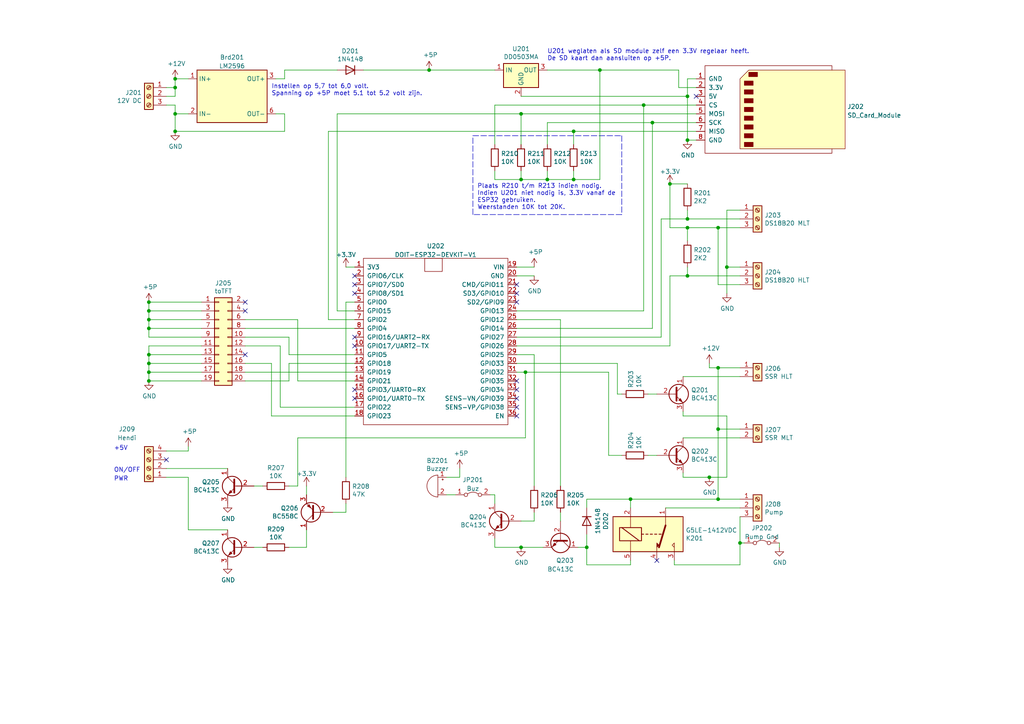
<source format=kicad_sch>
(kicad_sch (version 20211123) (generator eeschema)
  (paper "A4")
  (title_block (title "Brewboard") (date "2021-07-05") (rev "1.2") (company "MBSE") (comment 1 "Mainboard"))
  (lib_symbols
    (symbol "1N4148_1" (pin_numbers hide) (pin_names hide)
      (property "Reference" "D" (at 0 2.54 0))
      (property "Value" "1N4148_1" (at 0 -2.54 0))
      (symbol "1N4148_1_0_1"
        (polyline (pts (xy -1.27 1.27) (xy -1.27 -1.27)) (stroke (width 0.254)))
        (polyline (pts (xy 1.27 0) (xy -1.27 0)))
        (polyline (pts (xy 1.27 1.27) (xy 1.27 -1.27) (xy -1.27 0) (xy 1.27 1.27)) (stroke (width 0.254)))
      )
      (symbol "1N4148_1_1_1"
        (pin passive line (at -3.81 0 0) (length 2.54) (name "K") (number "1"))
        (pin passive line (at 3.81 0 180) (length 2.54) (name "A") (number "2"))
      )
    )
    (symbol "Connector:Screw_Terminal_01x02" (pin_names (offset 1.016) hide)
      (property "Reference" "J" (at 0 2.54 0))
      (property "Value" "Screw_Terminal_01x02" (at 0 -5.08 0))
      (symbol "Screw_Terminal_01x02_1_1"
        (rectangle (start -1.27 1.27) (end 1.27 -3.81) (stroke (width 0.254)) (fill (type background)))
        (circle (center 0 -2.54) (radius 0.635) (stroke (width 0.1524)))
        (polyline (pts (xy -0.5334 -2.2098) (xy 0.3302 -3.048)) (stroke (width 0.1524)))
        (polyline (pts (xy -0.5334 0.3302) (xy 0.3302 -0.508)) (stroke (width 0.1524)))
        (polyline (pts (xy -0.3556 -2.032) (xy 0.508 -2.8702)) (stroke (width 0.1524)))
        (polyline (pts (xy -0.3556 0.508) (xy 0.508 -0.3302)) (stroke (width 0.1524)))
        (circle (center 0 0) (radius 0.635) (stroke (width 0.1524)))
        (pin passive line (at -5.08 0 0) (length 3.81) (name "Pin_1") (number "1"))
        (pin passive line (at -5.08 -2.54 0) (length 3.81) (name "Pin_2") (number "2"))
      )
    )
    (symbol "Connector:Screw_Terminal_01x03" (pin_names (offset 1.016) hide)
      (property "Reference" "J" (at 0 5.08 0))
      (property "Value" "Screw_Terminal_01x03" (at 0 -5.08 0))
      (symbol "Screw_Terminal_01x03_1_1"
        (rectangle (start -1.27 3.81) (end 1.27 -3.81) (stroke (width 0.254)) (fill (type background)))
        (circle (center 0 -2.54) (radius 0.635) (stroke (width 0.1524)))
        (polyline (pts (xy -0.5334 -2.2098) (xy 0.3302 -3.048)) (stroke (width 0.1524)))
        (polyline (pts (xy -0.5334 0.3302) (xy 0.3302 -0.508)) (stroke (width 0.1524)))
        (polyline (pts (xy -0.5334 2.8702) (xy 0.3302 2.032)) (stroke (width 0.1524)))
        (polyline (pts (xy -0.3556 -2.032) (xy 0.508 -2.8702)) (stroke (width 0.1524)))
        (polyline (pts (xy -0.3556 0.508) (xy 0.508 -0.3302)) (stroke (width 0.1524)))
        (polyline (pts (xy -0.3556 3.048) (xy 0.508 2.2098)) (stroke (width 0.1524)))
        (circle (center 0 0) (radius 0.635) (stroke (width 0.1524)))
        (circle (center 0 2.54) (radius 0.635) (stroke (width 0.1524)))
        (pin passive line (at -5.08 2.54 0) (length 3.81) (name "Pin_1") (number "1"))
        (pin passive line (at -5.08 0 0) (length 3.81) (name "Pin_2") (number "2"))
        (pin passive line (at -5.08 -2.54 0) (length 3.81) (name "Pin_3") (number "3"))
      )
    )
    (symbol "Connector:Screw_Terminal_01x04" (pin_names (offset 1.016) hide)
      (property "Reference" "J" (at 0 5.08 0))
      (property "Value" "Screw_Terminal_01x04" (at 0 -7.62 0))
      (symbol "Screw_Terminal_01x04_1_1"
        (rectangle (start -1.27 3.81) (end 1.27 -6.35) (stroke (width 0.254)) (fill (type background)))
        (circle (center 0 -5.08) (radius 0.635) (stroke (width 0.1524)))
        (circle (center 0 -2.54) (radius 0.635) (stroke (width 0.1524)))
        (polyline (pts (xy -0.5334 -4.7498) (xy 0.3302 -5.588)) (stroke (width 0.1524)))
        (polyline (pts (xy -0.5334 -2.2098) (xy 0.3302 -3.048)) (stroke (width 0.1524)))
        (polyline (pts (xy -0.5334 0.3302) (xy 0.3302 -0.508)) (stroke (width 0.1524)))
        (polyline (pts (xy -0.5334 2.8702) (xy 0.3302 2.032)) (stroke (width 0.1524)))
        (polyline (pts (xy -0.3556 -4.572) (xy 0.508 -5.4102)) (stroke (width 0.1524)))
        (polyline (pts (xy -0.3556 -2.032) (xy 0.508 -2.8702)) (stroke (width 0.1524)))
        (polyline (pts (xy -0.3556 0.508) (xy 0.508 -0.3302)) (stroke (width 0.1524)))
        (polyline (pts (xy -0.3556 3.048) (xy 0.508 2.2098)) (stroke (width 0.1524)))
        (circle (center 0 0) (radius 0.635) (stroke (width 0.1524)))
        (circle (center 0 2.54) (radius 0.635) (stroke (width 0.1524)))
        (pin passive line (at -5.08 2.54 0) (length 3.81) (name "Pin_1") (number "1"))
        (pin passive line (at -5.08 0 0) (length 3.81) (name "Pin_2") (number "2"))
        (pin passive line (at -5.08 -2.54 0) (length 3.81) (name "Pin_3") (number "3"))
        (pin passive line (at -5.08 -5.08 0) (length 3.81) (name "Pin_4") (number "4"))
      )
    )
    (symbol "Connector_Generic:Conn_02x10_Odd_Even" (pin_names (offset 1.016) hide)
      (property "Reference" "J" (at 1.27 12.7 0))
      (property "Value" "Conn_02x10_Odd_Even" (at 1.27 -15.24 0))
      (symbol "Conn_02x10_Odd_Even_1_1"
        (rectangle (start -1.27 -12.573) (end 0 -12.827) (stroke (width 0.1524)))
        (rectangle (start -1.27 -10.033) (end 0 -10.287) (stroke (width 0.1524)))
        (rectangle (start -1.27 -7.493) (end 0 -7.747) (stroke (width 0.1524)))
        (rectangle (start -1.27 -4.953) (end 0 -5.207) (stroke (width 0.1524)))
        (rectangle (start -1.27 -2.413) (end 0 -2.667) (stroke (width 0.1524)))
        (rectangle (start -1.27 0.127) (end 0 -0.127) (stroke (width 0.1524)))
        (rectangle (start -1.27 2.667) (end 0 2.413) (stroke (width 0.1524)))
        (rectangle (start -1.27 5.207) (end 0 4.953) (stroke (width 0.1524)))
        (rectangle (start -1.27 7.747) (end 0 7.493) (stroke (width 0.1524)))
        (rectangle (start -1.27 10.287) (end 0 10.033) (stroke (width 0.1524)))
        (rectangle (start -1.27 11.43) (end 3.81 -13.97) (stroke (width 0.254)) (fill (type background)))
        (rectangle (start 3.81 -12.573) (end 2.54 -12.827) (stroke (width 0.1524)))
        (rectangle (start 3.81 -10.033) (end 2.54 -10.287) (stroke (width 0.1524)))
        (rectangle (start 3.81 -7.493) (end 2.54 -7.747) (stroke (width 0.1524)))
        (rectangle (start 3.81 -4.953) (end 2.54 -5.207) (stroke (width 0.1524)))
        (rectangle (start 3.81 -2.413) (end 2.54 -2.667) (stroke (width 0.1524)))
        (rectangle (start 3.81 0.127) (end 2.54 -0.127) (stroke (width 0.1524)))
        (rectangle (start 3.81 2.667) (end 2.54 2.413) (stroke (width 0.1524)))
        (rectangle (start 3.81 5.207) (end 2.54 4.953) (stroke (width 0.1524)))
        (rectangle (start 3.81 7.747) (end 2.54 7.493) (stroke (width 0.1524)))
        (rectangle (start 3.81 10.287) (end 2.54 10.033) (stroke (width 0.1524)))
        (pin passive line (at -5.08 10.16 0) (length 3.81) (name "Pin_1") (number "1"))
        (pin passive line (at 7.62 0 180) (length 3.81) (name "Pin_10") (number "10"))
        (pin passive line (at -5.08 -2.54 0) (length 3.81) (name "Pin_11") (number "11"))
        (pin passive line (at 7.62 -2.54 180) (length 3.81) (name "Pin_12") (number "12"))
        (pin passive line (at -5.08 -5.08 0) (length 3.81) (name "Pin_13") (number "13"))
        (pin passive line (at 7.62 -5.08 180) (length 3.81) (name "Pin_14") (number "14"))
        (pin passive line (at -5.08 -7.62 0) (length 3.81) (name "Pin_15") (number "15"))
        (pin passive line (at 7.62 -7.62 180) (length 3.81) (name "Pin_16") (number "16"))
        (pin passive line (at -5.08 -10.16 0) (length 3.81) (name "Pin_17") (number "17"))
        (pin passive line (at 7.62 -10.16 180) (length 3.81) (name "Pin_18") (number "18"))
        (pin passive line (at -5.08 -12.7 0) (length 3.81) (name "Pin_19") (number "19"))
        (pin passive line (at 7.62 10.16 180) (length 3.81) (name "Pin_2") (number "2"))
        (pin passive line (at 7.62 -12.7 180) (length 3.81) (name "Pin_20") (number "20"))
        (pin passive line (at -5.08 7.62 0) (length 3.81) (name "Pin_3") (number "3"))
        (pin passive line (at 7.62 7.62 180) (length 3.81) (name "Pin_4") (number "4"))
        (pin passive line (at -5.08 5.08 0) (length 3.81) (name "Pin_5") (number "5"))
        (pin passive line (at 7.62 5.08 180) (length 3.81) (name "Pin_6") (number "6"))
        (pin passive line (at -5.08 2.54 0) (length 3.81) (name "Pin_7") (number "7"))
        (pin passive line (at 7.62 2.54 180) (length 3.81) (name "Pin_8") (number "8"))
        (pin passive line (at -5.08 0 0) (length 3.81) (name "Pin_9") (number "9"))
      )
    )
    (symbol "Converter_DCDC:OKI-78SR-3.3_1.5-W36-C"
      (property "Reference" "U" (at -3.81 3.175 0))
      (property "Value" "OKI-78SR-3.3_1.5-W36-C" (at 0 3.175 0))
      (symbol "OKI-78SR-3.3_1.5-W36-C_0_1"
        (rectangle (start -5.08 1.905) (end 5.08 -5.08) (stroke (width 0.254)) (fill (type background)))
      )
      (symbol "OKI-78SR-3.3_1.5-W36-C_1_1"
        (pin power_in line (at -7.62 0 0) (length 2.54) (name "IN") (number "1"))
        (pin power_in line (at 0 -7.62 90) (length 2.54) (name "GND") (number "2"))
        (pin power_out line (at 7.62 0 180) (length 2.54) (name "OUT") (number "3"))
      )
    )
    (symbol "Device:Buzzer" (pin_names (offset 0.0254) hide)
      (property "Reference" "BZ" (at 3.81 1.27 0))
      (property "Value" "Buzzer" (at 3.81 -1.27 0))
      (symbol "Buzzer_0_1"
        (arc (start 0 -3.175) (mid 3.175 0) (end 0 3.175))
        (polyline (pts (xy -1.651 1.905) (xy -1.143 1.905)))
        (polyline (pts (xy -1.397 2.159) (xy -1.397 1.651)))
        (polyline (pts (xy 0 3.175) (xy 0 -3.175)))
      )
      (symbol "Buzzer_1_1"
        (pin passive line (at -2.54 2.54 0) (length 2.54) (name "-") (number "1"))
        (pin passive line (at -2.54 -2.54 0) (length 2.54) (name "+") (number "2"))
      )
    )
    (symbol "Device:Q_PNP_CBE" (pin_names (offset 0) hide)
      (property "Reference" "Q" (at 5.08 1.27 0))
      (property "Value" "Q_PNP_CBE" (at 5.08 -1.27 0))
      (symbol "Q_PNP_CBE_0_1"
        (polyline (pts (xy 0.635 0.635) (xy 2.54 2.54)))
        (polyline (pts (xy 0.635 -0.635) (xy 2.54 -2.54) (xy 2.54 -2.54)))
        (polyline (pts (xy 0.635 1.905) (xy 0.635 -1.905) (xy 0.635 -1.905)) (stroke (width 0.508)))
        (polyline (pts (xy 2.286 -1.778) (xy 1.778 -2.286) (xy 1.27 -1.27) (xy 2.286 -1.778) (xy 2.286 -1.778)) (fill (type outline)))
        (circle (center 1.27 0) (radius 2.8194) (stroke (width 0.254)))
      )
      (symbol "Q_PNP_CBE_1_1"
        (pin passive line (at 2.54 5.08 270) (length 2.54) (name "C") (number "1"))
        (pin input line (at -5.08 0 0) (length 5.715) (name "B") (number "2"))
        (pin passive line (at 2.54 -5.08 90) (length 2.54) (name "E") (number "3"))
      )
    )
    (symbol "Device:R" (pin_numbers hide) (pin_names (offset 0))
      (property "Reference" "R" (at 2.032 0 90))
      (property "Value" "R" (at 0 0 90))
      (symbol "R_0_1"
        (rectangle (start -1.016 -2.54) (end 1.016 2.54) (stroke (width 0.254)))
      )
      (symbol "R_1_1"
        (pin passive line (at 0 3.81 270) (length 1.27) (name "~") (number "1"))
        (pin passive line (at 0 -3.81 90) (length 1.27) (name "~") (number "2"))
      )
    )
    (symbol "Diode:1N4148" (pin_numbers hide) (pin_names hide)
      (property "Reference" "D" (at 0 2.54 0))
      (property "Value" "1N4148" (at 0 -2.54 0))
      (symbol "1N4148_0_1"
        (polyline (pts (xy -1.27 1.27) (xy -1.27 -1.27)) (stroke (width 0.254)))
        (polyline (pts (xy 1.27 0) (xy -1.27 0)))
        (polyline (pts (xy 1.27 1.27) (xy 1.27 -1.27) (xy -1.27 0) (xy 1.27 1.27)) (stroke (width 0.254)))
      )
      (symbol "1N4148_1_1"
        (pin passive line (at -3.81 0 0) (length 2.54) (name "K") (number "1"))
        (pin passive line (at 3.81 0 180) (length 2.54) (name "A") (number "2"))
      )
    )
    (symbol "ESP32:DOIT-ESP32-DEVKIT-V1" (pin_names (offset 1.016))
      (property "Reference" "U" (at 1.27 -49.53 0))
      (property "Value" "DOIT-ESP32-DEVKIT-V1" (at 0 -52.07 0))
      (symbol "DOIT-ESP32-DEVKIT-V1_0_1"
        (rectangle (start -20.32 -48.26) (end 21.59 0))
        (rectangle (start 2.54 0) (end -2.54 -3.81))
      )
      (symbol "DOIT-ESP32-DEVKIT-V1_1_1"
        (pin power_out line (at -22.86 -2.54 0) (length 2.54) (name "3V3") (number "1"))
        (pin output line (at -22.86 -25.4 0) (length 2.54) (name "GPIO17/UART2-TX") (number "10"))
        (pin bidirectional line (at -22.86 -27.94 0) (length 2.54) (name "GPIO5") (number "11"))
        (pin bidirectional line (at -22.86 -30.48 0) (length 2.54) (name "GPIO18") (number "12"))
        (pin bidirectional line (at -22.86 -33.02 0) (length 2.54) (name "GPIO19") (number "13"))
        (pin bidirectional line (at -22.86 -35.56 0) (length 2.54) (name "GPIO21") (number "14"))
        (pin input line (at -22.86 -38.1 0) (length 2.54) (name "GPIO3/UART0-RX") (number "15"))
        (pin output line (at -22.86 -40.64 0) (length 2.54) (name "GPIO1/UART0-TX") (number "16"))
        (pin bidirectional line (at -22.86 -43.18 0) (length 2.54) (name "GPIO22") (number "17"))
        (pin bidirectional line (at -22.86 -45.72 0) (length 2.54) (name "GPIO23") (number "18"))
        (pin power_in line (at 24.13 -2.54 180) (length 2.54) (name "VIN") (number "19"))
        (pin unspecified line (at -22.86 -5.08 0) (length 2.54) (name "GPIO6/CLK") (number "2"))
        (pin power_in line (at 24.13 -5.08 180) (length 2.54) (name "GND") (number "20"))
        (pin unspecified line (at 24.13 -7.62 180) (length 2.54) (name "CMD/GPIO11") (number "21"))
        (pin unspecified line (at 24.13 -10.16 180) (length 2.54) (name "SD3/GPIO10") (number "22"))
        (pin unspecified line (at 24.13 -12.7 180) (length 2.54) (name "SD2/GPIO9") (number "23"))
        (pin bidirectional line (at 24.13 -15.24 180) (length 2.54) (name "GPIO13") (number "24"))
        (pin bidirectional line (at 24.13 -17.78 180) (length 2.54) (name "GPIO12") (number "25"))
        (pin bidirectional line (at 24.13 -20.32 180) (length 2.54) (name "GPIO14") (number "26"))
        (pin bidirectional line (at 24.13 -22.86 180) (length 2.54) (name "GPIO27") (number "27"))
        (pin bidirectional line (at 24.13 -25.4 180) (length 2.54) (name "GPIO26") (number "28"))
        (pin bidirectional line (at 24.13 -27.94 180) (length 2.54) (name "GPIO25") (number "29"))
        (pin unspecified line (at -22.86 -7.62 0) (length 2.54) (name "GPIO7/SD0") (number "3"))
        (pin bidirectional line (at 24.13 -30.48 180) (length 2.54) (name "GPIO33") (number "30"))
        (pin bidirectional line (at 24.13 -33.02 180) (length 2.54) (name "GPIO32") (number "31"))
        (pin bidirectional line (at 24.13 -35.56 180) (length 2.54) (name "GPIO35") (number "32"))
        (pin bidirectional line (at 24.13 -38.1 180) (length 2.54) (name "GPIO34") (number "33"))
        (pin bidirectional line (at 24.13 -40.64 180) (length 2.54) (name "SENS-VN/GPIO39") (number "34"))
        (pin bidirectional line (at 24.13 -43.18 180) (length 2.54) (name "SENS-VP/GPIO38") (number "35"))
        (pin input line (at 24.13 -45.72 180) (length 2.54) (name "EN") (number "36"))
        (pin unspecified line (at -22.86 -10.16 0) (length 2.54) (name "GPIO8/SD1") (number "4"))
        (pin bidirectional line (at -22.86 -12.7 0) (length 2.54) (name "GPIO0") (number "5"))
        (pin bidirectional line (at -22.86 -15.24 0) (length 2.54) (name "GPIO15") (number "6"))
        (pin bidirectional line (at -22.86 -17.78 0) (length 2.54) (name "GPIO2") (number "7"))
        (pin bidirectional line (at -22.86 -20.32 0) (length 2.54) (name "GPIO4") (number "8"))
        (pin input line (at -22.86 -22.86 0) (length 2.54) (name "GPIO16/UART2-RX") (number "9"))
      )
    )
    (symbol "Jumper:Jumper_2_Bridged" (pin_names (offset 0) hide)
      (property "Reference" "JP" (at 0 1.905 0))
      (property "Value" "Jumper_2_Bridged" (at 0 -2.54 0))
      (symbol "Jumper_2_Bridged_0_0"
        (circle (center -2.032 0) (radius 0.508))
        (circle (center 2.032 0) (radius 0.508))
      )
      (symbol "Jumper_2_Bridged_0_1"
        (arc (start 1.524 0.254) (mid 0 0.762) (end -1.524 0.254))
      )
      (symbol "Jumper_2_Bridged_1_1"
        (pin passive line (at -5.08 0 0) (length 2.54) (name "A") (number "1"))
        (pin passive line (at 5.08 0 180) (length 2.54) (name "B") (number "2"))
      )
    )
    (symbol "Relay:G5LE-1"
      (property "Reference" "K" (at 11.43 3.81 0))
      (property "Value" "G5LE-1" (at 11.43 1.27 0))
      (symbol "G5LE-1_0_0"
        (polyline (pts (xy 7.62 5.08) (xy 7.62 2.54) (xy 6.985 3.175) (xy 7.62 3.81)))
      )
      (symbol "G5LE-1_0_1"
        (rectangle (start -10.16 5.08) (end 10.16 -5.08) (stroke (width 0.254)) (fill (type background)))
        (rectangle (start -8.255 1.905) (end -1.905 -1.905) (stroke (width 0.254)))
        (polyline (pts (xy -7.62 -1.905) (xy -2.54 1.905)) (stroke (width 0.254)))
        (polyline (pts (xy -5.08 -5.08) (xy -5.08 -1.905)))
        (polyline (pts (xy -5.08 5.08) (xy -5.08 1.905)))
        (polyline (pts (xy -1.905 0) (xy -1.27 0)) (stroke (width 0.254)))
        (polyline (pts (xy -0.635 0) (xy 0 0)) (stroke (width 0.254)))
        (polyline (pts (xy 0.635 0) (xy 1.27 0)) (stroke (width 0.254)))
        (polyline (pts (xy 1.905 0) (xy 2.54 0)) (stroke (width 0.254)))
        (polyline (pts (xy 3.175 0) (xy 3.81 0)) (stroke (width 0.254)))
        (polyline (pts (xy 5.08 -2.54) (xy 3.175 3.81)) (stroke (width 0.508)))
        (polyline (pts (xy 5.08 -2.54) (xy 5.08 -5.08)))
        (polyline (pts (xy 2.54 5.08) (xy 2.54 2.54) (xy 3.175 3.175) (xy 2.54 3.81)) (fill (type outline)))
      )
      (symbol "G5LE-1_1_1"
        (pin passive line (at 5.08 -7.62 90) (length 2.54) (name "~") (number "1"))
        (pin passive line (at -5.08 -7.62 90) (length 2.54) (name "~") (number "2"))
        (pin passive line (at 7.62 7.62 270) (length 2.54) (name "~") (number "3"))
        (pin passive line (at 2.54 7.62 270) (length 2.54) (name "~") (number "4"))
        (pin passive line (at -5.08 7.62 270) (length 2.54) (name "~") (number "5"))
      )
    )
    (symbol "TFT_SD:LM2596"
      (property "Reference" "Brd" (at -8.89 8.89 0))
      (property "Value" "LM2596" (at 1.27 8.89 0))
      (symbol "LM2596_0_1"
        (rectangle (start -10.16 7.62) (end 10.16 -7.62) (stroke (width 0.254)) (fill (type background)))
      )
      (symbol "LM2596_1_1"
        (pin power_in line (at -12.7 5.08 0) (length 2.54) (name "IN+") (number "1"))
        (pin power_in line (at -12.7 -5.08 0) (length 2.54) (name "IN-") (number "2"))
        (pin power_out line (at 12.7 5.08 180) (length 2.54) (name "OUT+") (number "3"))
        (pin power_out line (at 12.7 -5.08 180) (length 2.54) (name "OUT-") (number "6"))
      )
    )
    (symbol "TFT_SD:SD_Card_Module" (pin_names (offset 1.016))
      (property "Reference" "J" (at -19.05 13.97 0))
      (property "Value" "SD_Card_Module" (at 8.89 13.97 0))
      (symbol "SD_Card_Module_0_1"
        (rectangle (start -8.89 -9.525) (end -6.35 -10.795) (fill (type outline)))
        (rectangle (start -8.89 -6.985) (end -6.35 -8.255) (fill (type outline)))
        (rectangle (start -8.89 -4.445) (end -6.35 -5.715) (fill (type outline)))
        (rectangle (start -8.89 -1.905) (end -6.35 -3.175) (fill (type outline)))
        (rectangle (start -8.89 0.635) (end -6.35 -0.635) (fill (type outline)))
        (rectangle (start -8.89 3.175) (end -6.35 1.905) (fill (type outline)))
        (rectangle (start -8.89 5.715) (end -6.35 4.445) (fill (type outline)))
        (rectangle (start -8.89 8.255) (end -6.35 6.985) (fill (type outline)))
        (rectangle (start -7.62 10.795) (end -5.08 9.525) (fill (type outline)))
        (polyline (pts (xy -10.16 8.89) (xy -7.62 11.43) (xy 20.32 11.43) (xy 20.32 -11.43) (xy -10.16 -11.43) (xy -10.16 8.89)) (fill (type background)))
        (polyline (pts (xy 16.51 11.43) (xy 16.51 12.7) (xy -20.32 12.7) (xy -20.32 -12.7) (xy 16.51 -12.7) (xy 16.51 -11.43)))
      )
      (symbol "SD_Card_Module_1_1"
        (pin power_in line (at -22.86 8.89 0) (length 2.54) (name "GND") (number "1"))
        (pin power_in line (at -22.86 6.35 0) (length 2.54) (name "3.3V") (number "2"))
        (pin power_in line (at -22.86 3.81 0) (length 2.54) (name "5V") (number "3"))
        (pin input line (at -22.86 1.27 0) (length 2.54) (name "CS") (number "4"))
        (pin input line (at -22.86 -1.27 0) (length 2.54) (name "MOSI") (number "5"))
        (pin input line (at -22.86 -3.81 0) (length 2.54) (name "SCK") (number "6"))
        (pin output line (at -22.86 -6.35 0) (length 2.54) (name "MISO") (number "7"))
        (pin power_in line (at -22.86 -8.89 0) (length 2.54) (name "GND") (number "8"))
      )
    )
    (symbol "Transistor_BJT:BC413C" (pin_names (offset 0) hide)
      (property "Reference" "Q" (at 5.08 1.905 0))
      (property "Value" "BC413C" (at 5.08 0 0))
      (symbol "BC413C_0_1"
        (polyline (pts (xy 0 0) (xy 0.635 0)))
        (polyline (pts (xy 0.635 0.635) (xy 2.54 2.54)))
        (polyline (pts (xy 0.635 -0.635) (xy 2.54 -2.54) (xy 2.54 -2.54)))
        (polyline (pts (xy 0.635 1.905) (xy 0.635 -1.905) (xy 0.635 -1.905)) (stroke (width 0.508)))
        (polyline (pts (xy 1.27 -1.778) (xy 1.778 -1.27) (xy 2.286 -2.286) (xy 1.27 -1.778) (xy 1.27 -1.778)) (fill (type outline)))
        (circle (center 1.27 0) (radius 2.8194) (stroke (width 0.254)))
      )
      (symbol "BC413C_1_1"
        (pin passive line (at 2.54 5.08 270) (length 2.54) (name "C") (number "1"))
        (pin input line (at -5.08 0 0) (length 5.08) (name "B") (number "2"))
        (pin passive line (at 2.54 -5.08 90) (length 2.54) (name "E") (number "3"))
      )
    )
    (symbol "power:+12V" (power) (pin_names (offset 0))
      (property "Value" "+12V" (at 0 3.556 0))
      (symbol "+12V_0_1"
        (polyline (pts (xy -0.762 1.27) (xy 0 2.54)))
        (polyline (pts (xy 0 0) (xy 0 2.54)))
        (polyline (pts (xy 0 2.54) (xy 0.762 1.27)))
      )
      (symbol "+12V_1_1"
        (pin power_in line (at 0 0 90) (length 0) hide (name "+12V") (number "1"))
      )
    )
    (symbol "power:+3.3V" (power) (pin_names (offset 0))
      (property "Value" "+3.3V" (at 0 3.556 0))
      (symbol "+3.3V_0_1"
        (polyline (pts (xy -0.762 1.27) (xy 0 2.54)))
        (polyline (pts (xy 0 0) (xy 0 2.54)))
        (polyline (pts (xy 0 2.54) (xy 0.762 1.27)))
      )
      (symbol "+3.3V_1_1"
        (pin power_in line (at 0 0 90) (length 0) hide (name "+3.3V") (number "1"))
      )
    )
    (symbol "power:+5P" (power) (pin_names (offset 0))
      (property "Value" "+5P" (at 0 3.556 0))
      (symbol "+5P_0_1"
        (polyline (pts (xy -0.762 1.27) (xy 0 2.54)))
        (polyline (pts (xy 0 0) (xy 0 2.54)))
        (polyline (pts (xy 0 2.54) (xy 0.762 1.27)))
      )
      (symbol "+5P_1_1"
        (pin power_in line (at 0 0 90) (length 0) hide (name "+5P") (number "1"))
      )
    )
    (symbol "power:GND" (power) (pin_names (offset 0))
      (property "Value" "GND" (at 0 -3.81 0))
      (symbol "GND_0_1"
        (polyline (pts (xy 0 0) (xy 0 -1.27) (xy 1.27 -1.27) (xy 0 -2.54) (xy -1.27 -1.27) (xy 0 -1.27)))
      )
      (symbol "GND_1_1"
        (pin power_in line (at 0 0 270) (length 0) hide (name "GND") (number "1"))
      )
    )
  )
  (junction (at 166.37 52.07))
  (junction (at 170.18 158.75))
  (junction (at 210.82 77.47))
  (junction (at 199.39 27.94))
  (junction (at 194.31 53.34))
  (junction (at 173.99 20.32))
  (junction (at 43.18 92.71))
  (junction (at 43.18 105.41))
  (junction (at 214.63 157.48))
  (junction (at 151.13 52.07))
  (junction (at 50.8 38.1))
  (junction (at 186.69 30.48))
  (junction (at 189.23 35.56))
  (junction (at 50.8 25.4))
  (junction (at 50.8 33.02))
  (junction (at 208.28 124.46))
  (junction (at 158.75 52.07))
  (junction (at 208.28 106.68))
  (junction (at 43.18 102.87))
  (junction (at 43.18 95.25))
  (junction (at 43.18 90.17))
  (junction (at 166.37 38.1))
  (junction (at 50.8 22.86))
  (junction (at 199.39 63.5))
  (junction (at 124.46 20.32))
  (junction (at 205.74 138.43))
  (junction (at 182.88 144.78))
  (junction (at 199.39 66.04))
  (junction (at 208.28 144.78))
  (junction (at 43.18 110.49))
  (junction (at 43.18 87.63))
  (junction (at 151.13 33.02))
  (junction (at 199.39 80.01))
  (junction (at 151.13 158.75))
  (junction (at 208.28 66.04))
  (junction (at 152.4 107.95))
  (junction (at 43.18 107.95))
  (junction (at 199.39 40.64))
  (no_connect (at 102.87 113.03))
  (no_connect (at 149.86 87.63))
  (no_connect (at 71.12 87.63))
  (no_connect (at 149.86 113.03))
  (no_connect (at 102.87 85.09))
  (no_connect (at 71.12 90.17))
  (no_connect (at 149.86 82.55))
  (no_connect (at 201.93 27.94))
  (no_connect (at 102.87 82.55))
  (no_connect (at 71.12 102.87))
  (no_connect (at 102.87 80.01))
  (no_connect (at 149.86 118.11))
  (no_connect (at 48.26 133.35))
  (no_connect (at 149.86 120.65))
  (no_connect (at 149.86 85.09))
  (no_connect (at 102.87 115.57))
  (no_connect (at 102.87 97.79))
  (no_connect (at 149.86 110.49))
  (no_connect (at 190.5 162.56))
  (no_connect (at 102.87 100.33))
  (no_connect (at 149.86 115.57))
  (wire (pts (xy 170.18 163.83) (xy 170.18 158.75)))
  (wire (pts (xy 129.54 143.51) (xy 132.08 143.51)))
  (wire (pts (xy 100.33 146.05) (xy 100.33 148.59)))
  (wire (pts (xy 102.87 90.17) (xy 97.79 90.17)))
  (wire (pts (xy 179.07 114.3) (xy 180.34 114.3)))
  (wire (pts (xy 151.13 52.07) (xy 158.75 52.07)))
  (wire (pts (xy 199.39 63.5) (xy 199.39 60.96)))
  (wire (pts (xy 83.82 97.79) (xy 83.82 102.87)))
  (wire (pts (xy 199.39 22.86) (xy 199.39 27.94)))
  (wire (pts (xy 199.39 69.85) (xy 199.39 66.04)))
  (wire (pts (xy 43.18 90.17) (xy 43.18 87.63)))
  (wire (pts (xy 199.39 80.01) (xy 199.39 77.47)))
  (wire (pts (xy 43.18 102.87) (xy 43.18 105.41)))
  (wire (pts (xy 86.36 110.49) (xy 102.87 110.49)))
  (wire (pts (xy 166.37 52.07) (xy 173.99 52.07)))
  (wire (pts (xy 170.18 144.78) (xy 170.18 147.32)))
  (wire (pts (xy 186.69 30.48) (xy 143.51 30.48)))
  (wire (pts (xy 191.77 63.5) (xy 191.77 97.79)))
  (wire (pts (xy 43.18 87.63) (xy 58.42 87.63)))
  (wire (pts (xy 208.28 144.78) (xy 214.63 144.78)))
  (wire (pts (xy 166.37 38.1) (xy 166.37 41.91)))
  (wire (pts (xy 58.42 107.95) (xy 43.18 107.95)))
  (wire (pts (xy 167.64 158.75) (xy 170.18 158.75)))
  (wire (pts (xy 198.12 138.43) (xy 198.12 137.16)))
  (wire (pts (xy 80.01 22.86) (xy 82.55 22.86)))
  (wire (pts (xy 50.8 38.1) (xy 82.55 38.1)))
  (wire (pts (xy 198.12 109.22) (xy 214.63 109.22)))
  (wire (pts (xy 196.85 25.4) (xy 196.85 20.32)))
  (wire (pts (xy 71.12 95.25) (xy 102.87 95.25)))
  (wire (pts (xy 194.31 80.01) (xy 199.39 80.01)))
  (wire (pts (xy 151.13 158.75) (xy 143.51 158.75)))
  (wire (pts (xy 83.82 105.41) (xy 102.87 105.41)))
  (wire (pts (xy 170.18 158.75) (xy 170.18 154.94)))
  (wire (pts (xy 210.82 138.43) (xy 205.74 138.43)))
  (wire (pts (xy 97.79 90.17) (xy 97.79 33.02)))
  (wire (pts (xy 48.26 27.94) (xy 50.8 27.94)))
  (wire (pts (xy 191.77 97.79) (xy 149.86 97.79)))
  (wire (pts (xy 208.28 106.68) (xy 205.74 106.68)))
  (wire (pts (xy 199.39 66.04) (xy 194.31 66.04)))
  (wire (pts (xy 201.93 25.4) (xy 196.85 25.4)))
  (wire (pts (xy 154.94 80.01) (xy 149.86 80.01)))
  (wire (pts (xy 157.48 158.75) (xy 151.13 158.75)))
  (wire (pts (xy 158.75 35.56) (xy 158.75 41.91)))
  (wire (pts (xy 158.75 49.53) (xy 158.75 52.07)))
  (wire (pts (xy 226.06 157.48) (xy 226.06 158.75)))
  (polyline (pts (xy 137.16 39.37) (xy 180.34 39.37)))
  (wire (pts (xy 58.42 90.17) (xy 43.18 90.17)))
  (wire (pts (xy 194.31 53.34) (xy 194.31 66.04)))
  (wire (pts (xy 43.18 110.49) (xy 58.42 110.49)))
  (wire (pts (xy 48.26 25.4) (xy 50.8 25.4)))
  (wire (pts (xy 81.28 118.11) (xy 102.87 118.11)))
  (wire (pts (xy 152.4 107.95) (xy 152.4 127)))
  (wire (pts (xy 43.18 107.95) (xy 43.18 110.49)))
  (wire (pts (xy 71.12 92.71) (xy 86.36 92.71)))
  (wire (pts (xy 214.63 106.68) (xy 208.28 106.68)))
  (wire (pts (xy 143.51 52.07) (xy 151.13 52.07)))
  (wire (pts (xy 43.18 92.71) (xy 43.18 90.17)))
  (wire (pts (xy 81.28 100.33) (xy 81.28 118.11)))
  (wire (pts (xy 151.13 49.53) (xy 151.13 52.07)))
  (wire (pts (xy 151.13 41.91) (xy 151.13 33.02)))
  (wire (pts (xy 54.61 138.43) (xy 48.26 138.43)))
  (wire (pts (xy 199.39 22.86) (xy 201.93 22.86)))
  (wire (pts (xy 152.4 127) (xy 86.36 127)))
  (wire (pts (xy 100.33 148.59) (xy 96.52 148.59)))
  (wire (pts (xy 189.23 35.56) (xy 201.93 35.56)))
  (wire (pts (xy 50.8 22.86) (xy 54.61 22.86)))
  (wire (pts (xy 201.93 40.64) (xy 199.39 40.64)))
  (wire (pts (xy 173.99 20.32) (xy 158.75 20.32)))
  (wire (pts (xy 189.23 35.56) (xy 158.75 35.56)))
  (wire (pts (xy 210.82 85.09) (xy 210.82 77.47)))
  (wire (pts (xy 83.82 110.49) (xy 83.82 105.41)))
  (wire (pts (xy 208.28 124.46) (xy 214.63 124.46)))
  (wire (pts (xy 210.82 60.96) (xy 210.82 77.47)))
  (wire (pts (xy 198.12 127) (xy 214.63 127)))
  (wire (pts (xy 102.87 87.63) (xy 100.33 87.63)))
  (wire (pts (xy 208.28 124.46) (xy 208.28 144.78)))
  (wire (pts (xy 54.61 130.81) (xy 54.61 129.54)))
  (wire (pts (xy 149.86 77.47) (xy 154.94 77.47)))
  (wire (pts (xy 162.56 151.13) (xy 162.56 148.59)))
  (wire (pts (xy 100.33 77.47) (xy 102.87 77.47)))
  (wire (pts (xy 143.51 49.53) (xy 143.51 52.07)))
  (wire (pts (xy 154.94 151.13) (xy 154.94 148.59)))
  (wire (pts (xy 214.63 149.86) (xy 214.63 157.48)))
  (wire (pts (xy 182.88 144.78) (xy 170.18 144.78)))
  (wire (pts (xy 143.51 158.75) (xy 143.51 156.21)))
  (wire (pts (xy 143.51 30.48) (xy 143.51 41.91)))
  (wire (pts (xy 151.13 27.94) (xy 199.39 27.94)))
  (wire (pts (xy 151.13 151.13) (xy 154.94 151.13)))
  (wire (pts (xy 214.63 157.48) (xy 215.9 157.48)))
  (wire (pts (xy 73.66 158.75) (xy 76.2 158.75)))
  (wire (pts (xy 83.82 158.75) (xy 88.9 158.75)))
  (wire (pts (xy 214.63 66.04) (xy 208.28 66.04)))
  (wire (pts (xy 158.75 52.07) (xy 166.37 52.07)))
  (wire (pts (xy 195.58 163.83) (xy 214.63 163.83)))
  (wire (pts (xy 82.55 38.1) (xy 82.55 33.02)))
  (wire (pts (xy 95.25 38.1) (xy 166.37 38.1)))
  (wire (pts (xy 43.18 97.79) (xy 43.18 95.25)))
  (wire (pts (xy 86.36 140.97) (xy 83.82 140.97)))
  (wire (pts (xy 210.82 77.47) (xy 214.63 77.47)))
  (wire (pts (xy 86.36 127) (xy 86.36 140.97)))
  (wire (pts (xy 78.74 105.41) (xy 78.74 120.65)))
  (wire (pts (xy 129.54 138.43) (xy 133.35 138.43)))
  (wire (pts (xy 82.55 20.32) (xy 97.79 20.32)))
  (wire (pts (xy 95.25 92.71) (xy 95.25 38.1)))
  (wire (pts (xy 182.88 162.56) (xy 182.88 163.83)))
  (wire (pts (xy 198.12 120.65) (xy 210.82 120.65)))
  (wire (pts (xy 124.46 20.32) (xy 143.51 20.32)))
  (wire (pts (xy 43.18 105.41) (xy 43.18 107.95)))
  (wire (pts (xy 166.37 38.1) (xy 201.93 38.1)))
  (wire (pts (xy 71.12 100.33) (xy 81.28 100.33)))
  (wire (pts (xy 149.86 100.33) (xy 194.31 100.33)))
  (wire (pts (xy 105.41 20.32) (xy 124.46 20.32)))
  (wire (pts (xy 83.82 102.87) (xy 102.87 102.87)))
  (wire (pts (xy 195.58 162.56) (xy 195.58 163.83)))
  (wire (pts (xy 82.55 33.02) (xy 80.01 33.02)))
  (wire (pts (xy 78.74 120.65) (xy 102.87 120.65)))
  (wire (pts (xy 43.18 95.25) (xy 43.18 92.71)))
  (wire (pts (xy 176.53 132.08) (xy 180.34 132.08)))
  (wire (pts (xy 58.42 92.71) (xy 43.18 92.71)))
  (wire (pts (xy 199.39 53.34) (xy 194.31 53.34)))
  (wire (pts (xy 143.51 146.05) (xy 143.51 143.51)))
  (wire (pts (xy 205.74 138.43) (xy 198.12 138.43)))
  (wire (pts (xy 214.63 147.32) (xy 193.04 147.32)))
  (wire (pts (xy 196.85 20.32) (xy 173.99 20.32)))
  (wire (pts (xy 86.36 92.71) (xy 86.36 110.49)))
  (wire (pts (xy 149.86 95.25) (xy 189.23 95.25)))
  (wire (pts (xy 162.56 92.71) (xy 162.56 140.97)))
  (wire (pts (xy 205.74 106.68) (xy 205.74 105.41)))
  (wire (pts (xy 50.8 27.94) (xy 50.8 25.4)))
  (wire (pts (xy 102.87 92.71) (xy 95.25 92.71)))
  (wire (pts (xy 71.12 97.79) (xy 83.82 97.79)))
  (wire (pts (xy 166.37 52.07) (xy 166.37 49.53)))
  (wire (pts (xy 182.88 144.78) (xy 182.88 147.32)))
  (wire (pts (xy 214.63 80.01) (xy 199.39 80.01)))
  (wire (pts (xy 50.8 33.02) (xy 50.8 38.1)))
  (wire (pts (xy 186.69 30.48) (xy 201.93 30.48)))
  (wire (pts (xy 199.39 27.94) (xy 199.39 40.64)))
  (wire (pts (xy 48.26 30.48) (xy 50.8 30.48)))
  (wire (pts (xy 100.33 87.63) (xy 100.33 138.43)))
  (wire (pts (xy 58.42 100.33) (xy 43.18 100.33)))
  (wire (pts (xy 71.12 105.41) (xy 78.74 105.41)))
  (wire (pts (xy 198.12 119.38) (xy 198.12 120.65)))
  (wire (pts (xy 214.63 63.5) (xy 199.39 63.5)))
  (polyline (pts (xy 137.16 62.23) (xy 137.16 39.37)))
  (wire (pts (xy 48.26 135.89) (xy 66.04 135.89)))
  (wire (pts (xy 214.63 157.48) (xy 214.63 163.83)))
  (wire (pts (xy 43.18 100.33) (xy 43.18 102.87)))
  (wire (pts (xy 54.61 153.67) (xy 66.04 153.67)))
  (wire (pts (xy 54.61 33.02) (xy 50.8 33.02)))
  (wire (pts (xy 190.5 132.08) (xy 187.96 132.08)))
  (wire (pts (xy 54.61 138.43) (xy 54.61 153.67)))
  (wire (pts (xy 82.55 22.86) (xy 82.55 20.32)))
  (wire (pts (xy 214.63 60.96) (xy 210.82 60.96)))
  (wire (pts (xy 71.12 107.95) (xy 102.87 107.95)))
  (polyline (pts (xy 180.34 39.37) (xy 180.34 62.23)))
  (wire (pts (xy 50.8 30.48) (xy 50.8 33.02)))
  (wire (pts (xy 154.94 140.97) (xy 154.94 102.87)))
  (wire (pts (xy 149.86 105.41) (xy 179.07 105.41)))
  (wire (pts (xy 88.9 143.51) (xy 88.9 140.97)))
  (wire (pts (xy 149.86 90.17) (xy 186.69 90.17)))
  (wire (pts (xy 194.31 100.33) (xy 194.31 80.01)))
  (wire (pts (xy 88.9 158.75) (xy 88.9 153.67)))
  (wire (pts (xy 58.42 105.41) (xy 43.18 105.41)))
  (wire (pts (xy 149.86 107.95) (xy 152.4 107.95)))
  (polyline (pts (xy 180.34 62.23) (xy 137.16 62.23)))
  (wire (pts (xy 58.42 102.87) (xy 43.18 102.87)))
  (wire (pts (xy 58.42 95.25) (xy 43.18 95.25)))
  (wire (pts (xy 97.79 33.02) (xy 151.13 33.02)))
  (wire (pts (xy 179.07 105.41) (xy 179.07 114.3)))
  (wire (pts (xy 142.24 143.51) (xy 143.51 143.51)))
  (wire (pts (xy 154.94 102.87) (xy 149.86 102.87)))
  (wire (pts (xy 176.53 107.95) (xy 176.53 132.08)))
  (wire (pts (xy 50.8 25.4) (xy 50.8 22.86)))
  (wire (pts (xy 173.99 52.07) (xy 173.99 20.32)))
  (wire (pts (xy 208.28 66.04) (xy 199.39 66.04)))
  (wire (pts (xy 199.39 63.5) (xy 191.77 63.5)))
  (wire (pts (xy 208.28 82.55) (xy 214.63 82.55)))
  (wire (pts (xy 133.35 138.43) (xy 133.35 135.89)))
  (wire (pts (xy 186.69 90.17) (xy 186.69 30.48)))
  (wire (pts (xy 71.12 110.49) (xy 83.82 110.49)))
  (wire (pts (xy 189.23 95.25) (xy 189.23 35.56)))
  (wire (pts (xy 73.66 140.97) (xy 76.2 140.97)))
  (wire (pts (xy 152.4 107.95) (xy 176.53 107.95)))
  (wire (pts (xy 58.42 97.79) (xy 43.18 97.79)))
  (wire (pts (xy 149.86 92.71) (xy 162.56 92.71)))
  (wire (pts (xy 210.82 120.65) (xy 210.82 138.43)))
  (wire (pts (xy 208.28 66.04) (xy 208.28 82.55)))
  (wire (pts (xy 182.88 163.83) (xy 170.18 163.83)))
  (wire (pts (xy 208.28 144.78) (xy 182.88 144.78)))
  (wire (pts (xy 208.28 106.68) (xy 208.28 124.46)))
  (wire (pts (xy 48.26 130.81) (xy 54.61 130.81)))
  (wire (pts (xy 190.5 114.3) (xy 187.96 114.3)))
  (wire (pts (xy 151.13 33.02) (xy 201.93 33.02)))
  (text "+5V" (at 33.02 130.81 0) (effects (font (size 1.27 1.27)) (justify left bottom)))
  (text "PWR" (at 33.02 139.7 0) (effects (font (size 1.27 1.27)) (justify left bottom)))
  (text "Plaats R210 t/m R213 indien nodig.\nIndien U201 niet nodig is, 3.3V vanaf de\nESP32 gebruiken.\nWeerstanden 10K tot 20K." (at 138.43 60.96 0) (effects (font (size 1.27 1.27)) (justify left bottom)))
  (text "ON/OFF" (at 33.02 137.16 0) (effects (font (size 1.27 1.27)) (justify left bottom)))
  (text "U201 weglaten als SD module zelf een 3.3V regelaar heeft.\nDe SD kaart dan aansluiten op +5P." (at 158.75 17.78 0) (effects (font (size 1.27 1.27)) (justify left bottom)))
  (text "Instellen op 5,7 tot 6,0 volt.\nSpanning op +5P moet 5.1 tot 5.2 volt zijn." (at 78.74 27.94 0) (effects (font (size 1.27 1.27)) (justify left bottom)))
  (symbol (lib_id "Converter_DCDC:OKI-78SR-3.3_1.5-W36-C") (at 151.13 20.32 0) (unit 1)
    (property "Reference" "U201" (at 151.13 14.1732 0))
    (property "Value" "DD0503MA" (at 151.13 16.4846 0))
    (property "Footprint" "Converter_DCDC:Converter_DCDC_Murata_OKI-78SR_Vertical" (effects hide))
    (property "Datasheet" "https://power.murata.com/data/power/oki-78sr.pdf" (effects hide))
  )
  (symbol (lib_id "Connector_Generic:Conn_02x10_Odd_Even") (at 63.5 97.79 0) (unit 1)
    (property "Reference" "J205" (at 64.77 82.1182 0))
    (property "Value" "toTFT" (at 64.77 84.4296 0))
  )
  (symbol (lib_id "Device:R") (at 199.39 73.66 0) (unit 1)
    (property "Reference" "R202" (at 201.168 72.4916 0) (effects (justify left)))
    (property "Value" "2K2" (at 201.168 74.803 0) (effects (justify left)))
  )
  (symbol (lib_id "Device:R") (at 199.39 57.15 0) (unit 1)
    (property "Reference" "R201" (at 201.168 55.9816 0) (effects (justify left)))
    (property "Value" "2K2" (at 201.168 58.293 0) (effects (justify left)))
  )
  (symbol (lib_id "Device:R") (at 184.15 114.3 90) (unit 1)
    (property "Reference" "R203" (at 182.9816 112.522 0) (effects (justify left)))
    (property "Value" "10K" (at 185.293 112.522 0) (effects (justify left)))
  )
  (symbol (lib_id "Device:R") (at 184.15 132.08 90) (unit 1)
    (property "Reference" "R204" (at 182.9816 130.302 0) (effects (justify left)))
    (property "Value" "10K" (at 185.293 130.302 0) (effects (justify left)))
  )
  (symbol (lib_id "Device:R") (at 154.94 144.78 0) (unit 1)
    (property "Reference" "R206" (at 156.718 143.6116 0) (effects (justify left)))
    (property "Value" "10K" (at 156.718 145.923 0) (effects (justify left)))
  )
  (symbol (lib_id "Device:R") (at 162.56 144.78 0) (unit 1)
    (property "Reference" "R205" (at 164.338 143.6116 0) (effects (justify left)))
    (property "Value" "10K" (at 164.338 145.923 0) (effects (justify left)))
  )
  (symbol (lib_id "Diode:1N4148") (at 101.6 20.32 0) (mirror y) (unit 1)
    (property "Reference" "D201" (at 101.6 14.8082 0))
    (property "Value" "1N4148" (at 101.6 17.1196 0))
    (property "Footprint" "Diode_THT:D_DO-35_SOD27_P7.62mm_Horizontal" (effects hide))
    (property "Datasheet" "https://assets.nexperia.com/documents/data-sheet/1N4148_1N4448.pdf" (effects hide))
  )
  (symbol (lib_name "1N4148_1") (lib_id "Diode:1N4148") (at 170.18 151.13 270) (unit 1)
    (property "Reference" "D202" (at 175.6918 151.13 0))
    (property "Value" "1N4148" (at 173.3804 151.13 0))
    (property "Footprint" "Diode_THT:D_DO-35_SOD27_P7.62mm_Horizontal" (effects hide))
    (property "Datasheet" "https://assets.nexperia.com/documents/data-sheet/1N4148_1N4448.pdf" (effects hide))
  )
  (symbol (lib_id "Transistor_BJT:BC413C") (at 195.58 132.08 0) (unit 1)
    (property "Reference" "Q202" (at 200.4314 130.9116 0) (effects (justify left)))
    (property "Value" "BC413C" (at 200.4314 133.223 0) (effects (justify left)))
    (property "Footprint" "Package_TO_SOT_THT:TO-92_Inline" (effects hide))
    (property "Datasheet" "http://www.cdil.com/datasheets/bc413_14_b_c.pdf" (effects hide))
  )
  (symbol (lib_id "Transistor_BJT:BC413C") (at 146.05 151.13 0) (mirror y) (unit 1)
    (property "Reference" "Q204" (at 141.1986 149.9616 0) (effects (justify left)))
    (property "Value" "BC413C" (at 141.1986 152.273 0) (effects (justify left)))
    (property "Footprint" "Package_TO_SOT_THT:TO-92_Inline" (effects hide))
    (property "Datasheet" "http://www.cdil.com/datasheets/bc413_14_b_c.pdf" (effects hide))
  )
  (symbol (lib_id "Transistor_BJT:BC413C") (at 162.56 156.21 270) (unit 1)
    (property "Reference" "Q203" (at 161.29 162.56 90) (effects (justify left)))
    (property "Value" "BC413C" (at 158.75 165.1 90) (effects (justify left)))
    (property "Footprint" "Package_TO_SOT_THT:TO-92_Inline" (effects hide))
    (property "Datasheet" "http://www.cdil.com/datasheets/bc413_14_b_c.pdf" (effects hide))
  )
  (symbol (lib_id "Transistor_BJT:BC413C") (at 195.58 114.3 0) (unit 1)
    (property "Reference" "Q201" (at 200.4314 113.1316 0) (effects (justify left)))
    (property "Value" "BC413C" (at 200.4314 115.443 0) (effects (justify left)))
    (property "Footprint" "Package_TO_SOT_THT:TO-92_Inline" (effects hide))
    (property "Datasheet" "http://www.cdil.com/datasheets/bc413_14_b_c.pdf" (effects hide))
  )
  (symbol (lib_id "Relay:G5LE-1") (at 187.96 154.94 0) (mirror x) (unit 1)
    (property "Reference" "K201" (at 198.882 156.1084 0) (effects (justify left)))
    (property "Value" "G5LE-1412VDC" (at 198.882 153.797 0) (effects (justify left)))
    (property "Footprint" "Relay_THT:Relay_SPDT_Omron-G5LE-1" (effects hide))
    (property "Datasheet" "http://www.omron.com/ecb/products/pdf/en-g5le.pdf" (effects hide))
  )
  (symbol (lib_id "Connector:Screw_Terminal_01x02") (at 219.71 106.68 0) (unit 1)
    (property "Reference" "J206" (at 221.742 106.8832 0) (effects (justify left)))
    (property "Value" "SSR HLT" (at 221.742 109.1946 0) (effects (justify left)))
  )
  (symbol (lib_id "Connector:Screw_Terminal_01x02") (at 219.71 124.46 0) (unit 1)
    (property "Reference" "J207" (at 221.742 124.6632 0) (effects (justify left)))
    (property "Value" "SSR MLT" (at 221.742 126.9746 0) (effects (justify left)))
  )
  (symbol (lib_id "Connector:Screw_Terminal_01x03") (at 219.71 63.5 0) (unit 1)
    (property "Reference" "J203" (at 221.742 62.4332 0) (effects (justify left)))
    (property "Value" "DS18B20 MLT" (at 221.742 64.7446 0) (effects (justify left)))
  )
  (symbol (lib_id "Connector:Screw_Terminal_01x03") (at 219.71 80.01 0) (unit 1)
    (property "Reference" "J204" (at 221.742 78.9432 0) (effects (justify left)))
    (property "Value" "DS18B20 HLT" (at 221.742 81.2546 0) (effects (justify left)))
  )
  (symbol (lib_id "Connector:Screw_Terminal_01x03") (at 219.71 147.32 0) (unit 1)
    (property "Reference" "J208" (at 221.742 146.2532 0) (effects (justify left)))
    (property "Value" "Pump" (at 221.742 148.5646 0) (effects (justify left)))
  )
  (symbol (lib_id "Connector:Screw_Terminal_01x03") (at 43.18 27.94 0) (mirror y) (unit 1)
    (property "Reference" "J201" (at 41.148 26.8732 0) (effects (justify left)))
    (property "Value" "12V DC" (at 41.148 29.1846 0) (effects (justify left)))
  )
  (symbol (lib_id "power:+12V") (at 205.74 105.41 0) (unit 1)
    (property "Reference" "#PWR0211" (effects hide))
    (property "Value" "+12V" (at 206.121 101.0158 0))
  )
  (symbol (lib_id "power:GND") (at 205.74 138.43 0) (unit 1)
    (property "Reference" "#PWR0214" (effects hide))
    (property "Value" "GND" (at 205.867 142.8242 0))
  )
  (symbol (lib_id "power:GND") (at 210.82 85.09 0) (unit 1)
    (property "Reference" "#PWR0209" (effects hide))
    (property "Value" "GND" (at 210.947 89.4842 0))
  )
  (symbol (lib_id "power:GND") (at 199.39 40.64 0) (unit 1)
    (property "Reference" "#PWR0204" (effects hide))
    (property "Value" "GND" (at 199.517 45.0342 0))
  )
  (symbol (lib_id "power:GND") (at 154.94 80.01 0) (unit 1)
    (property "Reference" "#PWR0208" (effects hide))
    (property "Value" "GND" (at 155.067 84.4042 0))
  )
  (symbol (lib_id "Transistor_BJT:BC413C") (at 68.58 158.75 0) (mirror y) (unit 1)
    (property "Reference" "Q207" (at 63.7286 157.5816 0) (effects (justify left)))
    (property "Value" "BC413C" (at 63.7286 159.893 0) (effects (justify left)))
    (property "Footprint" "Package_TO_SOT_THT:TO-92_Inline" (effects hide))
    (property "Datasheet" "http://www.cdil.com/datasheets/bc413_14_b_c.pdf" (effects hide))
  )
  (symbol (lib_id "Transistor_BJT:BC413C") (at 68.58 140.97 0) (mirror y) (unit 1)
    (property "Reference" "Q205" (at 63.7286 139.8016 0) (effects (justify left)))
    (property "Value" "BC413C" (at 63.7286 142.113 0) (effects (justify left)))
    (property "Footprint" "Package_TO_SOT_THT:TO-92_Inline" (effects hide))
    (property "Datasheet" "http://www.cdil.com/datasheets/bc413_14_b_c.pdf" (effects hide))
  )
  (symbol (lib_id "power:GND") (at 226.06 158.75 0) (unit 1)
    (property "Reference" "#PWR0216" (effects hide))
    (property "Value" "GND" (at 226.187 163.1442 0))
  )
  (symbol (lib_id "power:+5P") (at 54.61 129.54 0) (unit 1)
    (property "Reference" "#PWR0217" (effects hide))
    (property "Value" "+5P" (at 54.991 125.1458 0))
  )
  (symbol (lib_id "Connector:Screw_Terminal_01x04") (at 43.18 135.89 180) (unit 1)
    (property "Reference" "J209" (at 36.83 124.46 0))
    (property "Value" "Hendi" (at 36.83 127 0))
  )
  (symbol (lib_id "power:GND") (at 151.13 158.75 0) (unit 1)
    (property "Reference" "#PWR0215" (effects hide))
    (property "Value" "GND" (at 151.257 163.1442 0))
  )
  (symbol (lib_id "Device:Buzzer") (at 127 140.97 0) (mirror y) (unit 1)
    (property "Reference" "BZ201" (at 126.873 133.604 0))
    (property "Value" "Buzzer" (at 126.873 135.9154 0))
  )
  (symbol (lib_id "power:+5P") (at 124.46 20.32 0) (unit 1)
    (property "Reference" "#PWR0201" (effects hide))
    (property "Value" "+5P" (at 124.841 15.9258 0))
  )
  (symbol (lib_id "power:+5P") (at 154.94 77.47 0) (unit 1)
    (property "Reference" "#PWR0207" (effects hide))
    (property "Value" "+5P" (at 155.321 73.0758 0))
  )
  (symbol (lib_id "power:GND") (at 66.04 146.05 0) (unit 1)
    (property "Reference" "#PWR0219" (effects hide))
    (property "Value" "GND" (at 66.167 150.4442 0))
  )
  (symbol (lib_id "power:+5P") (at 133.35 135.89 0) (unit 1)
    (property "Reference" "#PWR0213" (effects hide))
    (property "Value" "+5P" (at 133.731 131.4958 0))
  )
  (symbol (lib_id "Device:R") (at 80.01 140.97 90) (unit 1)
    (property "Reference" "R207" (at 80.01 135.7122 90))
    (property "Value" "10K" (at 80.01 138.0236 90))
  )
  (symbol (lib_id "Device:R") (at 80.01 158.75 90) (unit 1)
    (property "Reference" "R209" (at 80.01 153.4922 90))
    (property "Value" "10K" (at 80.01 155.8036 90))
  )
  (symbol (lib_id "Device:R") (at 100.33 142.24 0) (unit 1)
    (property "Reference" "R208" (at 102.108 141.0716 0) (effects (justify left)))
    (property "Value" "47K" (at 102.108 143.383 0) (effects (justify left)))
  )
  (symbol (lib_id "power:+5P") (at 43.18 87.63 0) (unit 1)
    (property "Reference" "#PWR0210" (effects hide))
    (property "Value" "+5P" (at 43.561 83.2358 0))
  )
  (symbol (lib_id "power:GND") (at 43.18 110.49 0) (unit 1)
    (property "Reference" "#PWR0212" (effects hide))
    (property "Value" "GND" (at 43.307 114.8842 0))
  )
  (symbol (lib_id "power:GND") (at 66.04 163.83 0) (unit 1)
    (property "Reference" "#PWR0220" (effects hide))
    (property "Value" "GND" (at 66.167 168.2242 0))
  )
  (symbol (lib_id "Device:Q_PNP_CBE") (at 91.44 148.59 180) (unit 1)
    (property "Reference" "Q206" (at 86.5886 147.4216 0) (effects (justify left)))
    (property "Value" "BC558C" (at 86.5886 149.733 0) (effects (justify left)))
  )
  (symbol (lib_id "power:GND") (at 50.8 38.1 0) (unit 1)
    (property "Reference" "#PWR0203" (effects hide))
    (property "Value" "GND" (at 50.927 42.4942 0))
  )
  (symbol (lib_id "power:+12V") (at 50.8 22.86 0) (unit 1)
    (property "Reference" "#PWR0202" (effects hide))
    (property "Value" "+12V" (at 51.181 18.4658 0))
  )
  (symbol (lib_id "Device:R") (at 143.51 45.72 0) (unit 1)
    (property "Reference" "R210" (at 145.288 44.5516 0) (effects (justify left)))
    (property "Value" "10K" (at 145.288 46.863 0) (effects (justify left)))
  )
  (symbol (lib_id "Device:R") (at 151.13 45.72 0) (unit 1)
    (property "Reference" "R211" (at 152.908 44.5516 0) (effects (justify left)))
    (property "Value" "10K" (at 152.908 46.863 0) (effects (justify left)))
  )
  (symbol (lib_id "Device:R") (at 158.75 45.72 0) (unit 1)
    (property "Reference" "R212" (at 160.528 44.5516 0) (effects (justify left)))
    (property "Value" "10K" (at 160.528 46.863 0) (effects (justify left)))
  )
  (symbol (lib_id "Device:R") (at 166.37 45.72 0) (unit 1)
    (property "Reference" "R213" (at 168.148 44.5516 0) (effects (justify left)))
    (property "Value" "10K" (at 168.148 46.863 0) (effects (justify left)))
  )
  (symbol (lib_id "power:+3.3V") (at 88.9 140.97 0) (unit 1)
    (property "Reference" "#PWR0103" (effects hide))
    (property "Value" "+3.3V" (at 88.9 137.3942 0))
  )
  (symbol (lib_id "Jumper:Jumper_2_Bridged") (at 220.98 157.48 0) (unit 1)
    (property "Reference" "JP202" (at 220.98 153.1452 0))
    (property "Value" "Pump Gnd" (at 220.98 155.6821 0))
  )
  (symbol (lib_id "power:+3.3V") (at 194.31 53.34 0) (unit 1)
    (property "Reference" "#PWR0101" (effects hide))
    (property "Value" "+3.3V" (at 194.31 49.7642 0))
  )
  (symbol (lib_id "TFT_SD:SD_Card_Module") (at 224.79 31.75 0) (unit 1)
    (property "Reference" "J202" (at 245.745 30.9153 0) (effects (justify left)))
    (property "Value" "SD_Card_Module" (at 245.745 33.4522 0) (effects (justify left)))
    (property "Datasheet" "http://portal.fciconnect.com/Comergent//fci/drawing/10067847.pdf" (effects hide))
  )
  (symbol (lib_id "power:+3.3V") (at 100.33 77.47 0) (unit 1)
    (property "Reference" "#PWR0102" (effects hide))
    (property "Value" "+3.3V" (at 100.33 73.8942 0))
  )
  (symbol (lib_id "Jumper:Jumper_2_Bridged") (at 137.16 143.51 0) (unit 1)
    (property "Reference" "JP201" (at 137.16 139.1752 0))
    (property "Value" "Buz" (at 137.16 141.7121 0))
  )
  (symbol (lib_id "ESP32:DOIT-ESP32-DEVKIT-V1") (at 125.73 74.93 0) (unit 1)
    (property "Reference" "U202" (at 126.365 71.3572 0))
    (property "Value" "DOIT-ESP32-DEVKIT-V1" (at 126.365 73.8941 0))
  )
  (symbol (lib_id "TFT_SD:LM2596") (at 67.31 27.94 0) (unit 1)
    (property "Reference" "Brd201" (at 67.31 16.6202 0))
    (property "Value" "LM2596" (at 67.31 19.1571 0))
  )
)
</source>
